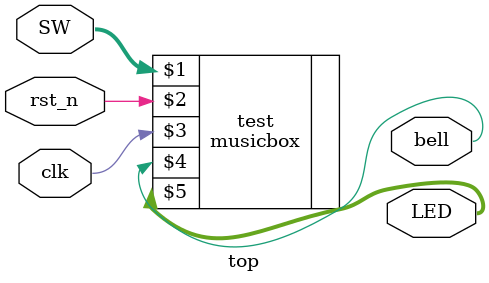
<source format=v>
`timescale 1ns / 1ps


module top(
    input [15:0] SW,
    input rst_n, clk,
    output bell,
		output [15:0] LED
    );
		musicbox test(SW, rst_n, clk, bell, LED);
endmodule

</source>
